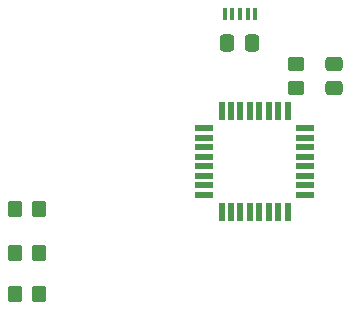
<source format=gbr>
G04 #@! TF.GenerationSoftware,KiCad,Pcbnew,6.0.0*
G04 #@! TF.CreationDate,2022-03-22T20:09:41+01:00*
G04 #@! TF.ProjectId,calculator,63616c63-756c-4617-946f-722e6b696361,rev?*
G04 #@! TF.SameCoordinates,Original*
G04 #@! TF.FileFunction,Paste,Bot*
G04 #@! TF.FilePolarity,Positive*
%FSLAX46Y46*%
G04 Gerber Fmt 4.6, Leading zero omitted, Abs format (unit mm)*
G04 Created by KiCad (PCBNEW 6.0.0) date 2022-03-22 20:09:41*
%MOMM*%
%LPD*%
G01*
G04 APERTURE LIST*
G04 Aperture macros list*
%AMRoundRect*
0 Rectangle with rounded corners*
0 $1 Rounding radius*
0 $2 $3 $4 $5 $6 $7 $8 $9 X,Y pos of 4 corners*
0 Add a 4 corners polygon primitive as box body*
4,1,4,$2,$3,$4,$5,$6,$7,$8,$9,$2,$3,0*
0 Add four circle primitives for the rounded corners*
1,1,$1+$1,$2,$3*
1,1,$1+$1,$4,$5*
1,1,$1+$1,$6,$7*
1,1,$1+$1,$8,$9*
0 Add four rect primitives between the rounded corners*
20,1,$1+$1,$2,$3,$4,$5,0*
20,1,$1+$1,$4,$5,$6,$7,0*
20,1,$1+$1,$6,$7,$8,$9,0*
20,1,$1+$1,$8,$9,$2,$3,0*%
G04 Aperture macros list end*
%ADD10RoundRect,0.250000X-0.337500X-0.475000X0.337500X-0.475000X0.337500X0.475000X-0.337500X0.475000X0*%
%ADD11R,1.600000X0.550000*%
%ADD12R,0.550000X1.600000*%
%ADD13RoundRect,0.250000X-0.475000X0.337500X-0.475000X-0.337500X0.475000X-0.337500X0.475000X0.337500X0*%
%ADD14RoundRect,0.250000X0.350000X0.450000X-0.350000X0.450000X-0.350000X-0.450000X0.350000X-0.450000X0*%
%ADD15R,0.450000X1.100000*%
%ADD16RoundRect,0.250000X-0.450000X0.350000X-0.450000X-0.350000X0.450000X-0.350000X0.450000X0.350000X0*%
G04 APERTURE END LIST*
D10*
X133675000Y-50250000D03*
X135750000Y-50250000D03*
D11*
X140250000Y-57450000D03*
X140250000Y-58250000D03*
X140250000Y-59050000D03*
X140250000Y-59850000D03*
X140250000Y-60650000D03*
X140250000Y-61450000D03*
X140250000Y-62250000D03*
X140250000Y-63050000D03*
D12*
X138800000Y-64500000D03*
X138000000Y-64500000D03*
X137200000Y-64500000D03*
X136400000Y-64500000D03*
X135600000Y-64500000D03*
X134800000Y-64500000D03*
X134000000Y-64500000D03*
X133200000Y-64500000D03*
D11*
X131750000Y-63050000D03*
X131750000Y-62250000D03*
X131750000Y-61450000D03*
X131750000Y-60650000D03*
X131750000Y-59850000D03*
X131750000Y-59050000D03*
X131750000Y-58250000D03*
X131750000Y-57450000D03*
D12*
X133200000Y-56000000D03*
X134000000Y-56000000D03*
X134800000Y-56000000D03*
X135600000Y-56000000D03*
X136400000Y-56000000D03*
X137200000Y-56000000D03*
X138000000Y-56000000D03*
X138800000Y-56000000D03*
D13*
X142750000Y-51962500D03*
X142750000Y-54037500D03*
D14*
X117750000Y-68000000D03*
X115750000Y-68000000D03*
D15*
X133450000Y-47750000D03*
X134100000Y-47750000D03*
X134750000Y-47750000D03*
X135400000Y-47750000D03*
X136050000Y-47750000D03*
D16*
X139500000Y-52000000D03*
X139500000Y-54000000D03*
D14*
X117750000Y-64250000D03*
X115750000Y-64250000D03*
X117750000Y-71500000D03*
X115750000Y-71500000D03*
M02*

</source>
